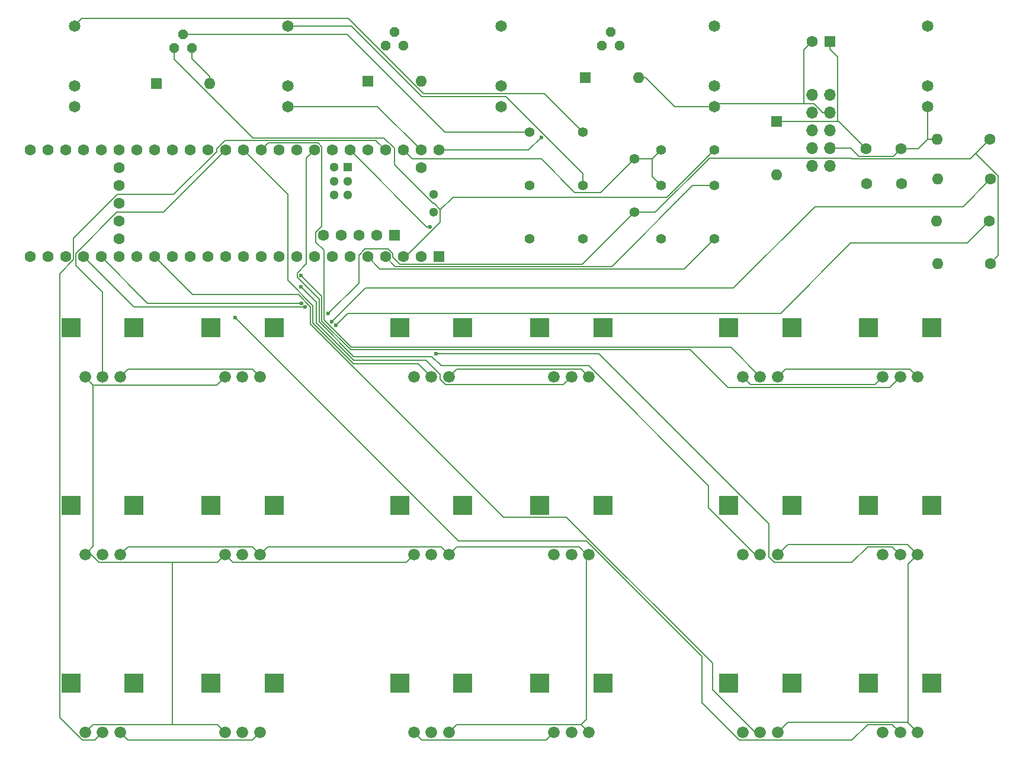
<source format=gbr>
%TF.GenerationSoftware,KiCad,Pcbnew,7.0.2-0*%
%TF.CreationDate,2023-11-14T20:22:56-05:00*%
%TF.ProjectId,A2 Percussion Desktop,41322050-6572-4637-9573-73696f6e2044,rev?*%
%TF.SameCoordinates,Original*%
%TF.FileFunction,Copper,L1,Top*%
%TF.FilePolarity,Positive*%
%FSLAX46Y46*%
G04 Gerber Fmt 4.6, Leading zero omitted, Abs format (unit mm)*
G04 Created by KiCad (PCBNEW 7.0.2-0) date 2023-11-14 20:22:56*
%MOMM*%
%LPD*%
G01*
G04 APERTURE LIST*
G04 Aperture macros list*
%AMOutline5P*
0 Free polygon, 5 corners , with rotation*
0 The origin of the aperture is its center*
0 number of corners: always 5*
0 $1 to $10 corner X, Y*
0 $11 Rotation angle, in degrees counterclockwise*
0 create outline with 5 corners*
4,1,5,$1,$2,$3,$4,$5,$6,$7,$8,$9,$10,$1,$2,$11*%
%AMOutline6P*
0 Free polygon, 6 corners , with rotation*
0 The origin of the aperture is its center*
0 number of corners: always 6*
0 $1 to $12 corner X, Y*
0 $13 Rotation angle, in degrees counterclockwise*
0 create outline with 6 corners*
4,1,6,$1,$2,$3,$4,$5,$6,$7,$8,$9,$10,$11,$12,$1,$2,$13*%
%AMOutline7P*
0 Free polygon, 7 corners , with rotation*
0 The origin of the aperture is its center*
0 number of corners: always 7*
0 $1 to $14 corner X, Y*
0 $15 Rotation angle, in degrees counterclockwise*
0 create outline with 7 corners*
4,1,7,$1,$2,$3,$4,$5,$6,$7,$8,$9,$10,$11,$12,$13,$14,$1,$2,$15*%
%AMOutline8P*
0 Free polygon, 8 corners , with rotation*
0 The origin of the aperture is its center*
0 number of corners: always 8*
0 $1 to $16 corner X, Y*
0 $17 Rotation angle, in degrees counterclockwise*
0 create outline with 8 corners*
4,1,8,$1,$2,$3,$4,$5,$6,$7,$8,$9,$10,$11,$12,$13,$14,$15,$16,$1,$2,$17*%
G04 Aperture macros list end*
%TA.AperFunction,ComponentPad*%
%ADD10R,1.600000X1.600000*%
%TD*%
%TA.AperFunction,ComponentPad*%
%ADD11C,1.600000*%
%TD*%
%TA.AperFunction,ComponentPad*%
%ADD12O,1.600000X1.600000*%
%TD*%
%TA.AperFunction,ComponentPad*%
%ADD13O,1.700000X1.700000*%
%TD*%
%TA.AperFunction,ComponentPad*%
%ADD14C,1.676400*%
%TD*%
%TA.AperFunction,ComponentPad*%
%ADD15R,2.800000X2.800000*%
%TD*%
%TA.AperFunction,ComponentPad*%
%ADD16C,1.650000*%
%TD*%
%TA.AperFunction,ComponentPad*%
%ADD17Outline8P,-0.660400X0.273547X-0.273547X0.660400X0.273547X0.660400X0.660400X0.273547X0.660400X-0.273547X0.273547X-0.660400X-0.273547X-0.660400X-0.660400X-0.273547X180.000000*%
%TD*%
%TA.AperFunction,ComponentPad*%
%ADD18C,1.397000*%
%TD*%
%TA.AperFunction,ComponentPad*%
%ADD19R,1.300000X1.300000*%
%TD*%
%TA.AperFunction,ComponentPad*%
%ADD20C,1.300000*%
%TD*%
%TA.AperFunction,ViaPad*%
%ADD21C,0.600000*%
%TD*%
%TA.AperFunction,Conductor*%
%ADD22C,0.200000*%
%TD*%
G04 APERTURE END LIST*
D10*
%TO.P,C4,1*%
%TO.N,+12V*%
X121920000Y-12700000D03*
D11*
%TO.P,C4,2*%
%TO.N,GND*%
X119420000Y-12700000D03*
%TD*%
D12*
%TO.P,D4,2,A*%
%TO.N,Net-(D4-A)*%
X114300000Y-31750000D03*
D10*
%TO.P,D4,1,K*%
%TO.N,+12V*%
X114300000Y-24130000D03*
%TD*%
D13*
%TO.P,J1,10,-12V*%
%TO.N,-12V*%
X119380000Y-30480000D03*
%TO.P,J1,9,-12V*%
%TO.N,unconnected-(J1--12V-Pad9)*%
X121920000Y-30480000D03*
%TO.P,J1,8,GND*%
%TO.N,unconnected-(J1-GND-Pad8)*%
X119380000Y-27940000D03*
%TO.P,J1,7,GND*%
%TO.N,GND*%
X121920000Y-27940000D03*
%TO.P,J1,6,GND*%
%TO.N,unconnected-(J1-GND-Pad6)*%
X119380000Y-25400000D03*
%TO.P,J1,5,GND*%
%TO.N,GND*%
X121920000Y-25400000D03*
%TO.P,J1,4,GND*%
%TO.N,unconnected-(J1-GND-Pad4)*%
X119380000Y-22860000D03*
%TO.P,J1,3,GND*%
%TO.N,GND*%
X121920000Y-22860000D03*
%TO.P,J1,2,+12V*%
%TO.N,Net-(D4-A)*%
X119380000Y-20320000D03*
%TO.P,J1,1,+12V*%
%TO.N,unconnected-(J1-+12V-Pad1)*%
X121920000Y-20320000D03*
%TD*%
D11*
%TO.P,C3,2,2*%
%TO.N,GND*%
X132190500Y-33017100D03*
%TO.P,C3,1,1*%
%TO.N,+5V*%
X127190500Y-33017100D03*
%TD*%
%TO.P,C2,1,1*%
%TO.N,+12V*%
X127080000Y-28020000D03*
%TO.P,C2,2,2*%
%TO.N,GND*%
X132080000Y-28020000D03*
%TD*%
D14*
%TO.P,Shape_3,1,A*%
%TO.N,GND*%
X109500000Y-86000000D03*
%TO.P,Shape_3,2,S*%
%TO.N,Shape3*%
X112000000Y-86000000D03*
%TO.P,Shape_3,3,E*%
%TO.N,3v3*%
X114500000Y-86000000D03*
D15*
%TO.P,Shape_3,M1*%
%TO.N,N/C*%
X116500000Y-79000000D03*
%TO.P,Shape_3,M2*%
X107500000Y-79000000D03*
%TD*%
D14*
%TO.P,Pitch_2,1,A*%
%TO.N,GND*%
X62500000Y-60600000D03*
%TO.P,Pitch_2,2,S*%
%TO.N,Pitch2*%
X65000000Y-60600000D03*
%TO.P,Pitch_2,3,E*%
%TO.N,3v3*%
X67500000Y-60600000D03*
D15*
%TO.P,Pitch_2,M1*%
%TO.N,N/C*%
X69500000Y-53600000D03*
%TO.P,Pitch_2,M2*%
X60500000Y-53600000D03*
%TD*%
D16*
%TO.P,RightAudio1,P$1,2*%
%TO.N,RightAudio*%
X135890000Y-10500000D03*
%TO.P,RightAudio1,P$2,3*%
%TO.N,unconnected-(RightAudio1-3-PadP$2)*%
X135890000Y-19000000D03*
%TO.P,RightAudio1,P$3,1*%
%TO.N,GND*%
X135890000Y-22000000D03*
%TD*%
%TO.P,TRIG3,P$1,2*%
%TO.N,Net-(TRIG3-2)*%
X74930000Y-10500000D03*
%TO.P,TRIG3,P$2,3*%
%TO.N,unconnected-(TRIG3-3-PadP$2)*%
X74930000Y-19000000D03*
%TO.P,TRIG3,P$3,1*%
%TO.N,GND*%
X74930000Y-22000000D03*
%TD*%
D14*
%TO.P,Temp_1,1,A*%
%TO.N,GND*%
X35500000Y-86000000D03*
%TO.P,Temp_1,2,S*%
%TO.N,Temp1*%
X38000000Y-86000000D03*
%TO.P,Temp_1,3,E*%
%TO.N,3v3*%
X40500000Y-86000000D03*
D15*
%TO.P,Temp_1,M1*%
%TO.N,N/C*%
X42500000Y-79000000D03*
%TO.P,Temp_1,M2*%
X33500000Y-79000000D03*
%TD*%
D14*
%TO.P,Vol_1,1,A*%
%TO.N,GND*%
X35500000Y-60600000D03*
%TO.P,Vol_1,2,S*%
%TO.N,Vol_01*%
X38000000Y-60600000D03*
%TO.P,Vol_1,3,E*%
%TO.N,3v3*%
X40500000Y-60600000D03*
D15*
%TO.P,Vol_1,M1*%
%TO.N,N/C*%
X42500000Y-53600000D03*
%TO.P,Vol_1,M2*%
X33500000Y-53600000D03*
%TD*%
D14*
%TO.P,Temp_2,1,A*%
%TO.N,GND*%
X82500000Y-86000000D03*
%TO.P,Temp_2,2,S*%
%TO.N,Temp2*%
X85000000Y-86000000D03*
%TO.P,Temp_2,3,E*%
%TO.N,3v3*%
X87500000Y-86000000D03*
D15*
%TO.P,Temp_2,M1*%
%TO.N,N/C*%
X89500000Y-79000000D03*
%TO.P,Temp_2,M2*%
X80500000Y-79000000D03*
%TD*%
D14*
%TO.P,Motion_2,1,A*%
%TO.N,GND*%
X62500000Y-111400000D03*
%TO.P,Motion_2,2,S*%
%TO.N,Motion2*%
X65000000Y-111400000D03*
%TO.P,Motion_2,3,E*%
%TO.N,3v3*%
X67500000Y-111400000D03*
D15*
%TO.P,Motion_2,M1*%
%TO.N,N/C*%
X69500000Y-104400000D03*
%TO.P,Motion_2,M2*%
X60500000Y-104400000D03*
%TD*%
D16*
%TO.P,LeftAudio1,P$1,2*%
%TO.N,LeftAudio*%
X105410000Y-10500000D03*
%TO.P,LeftAudio1,P$2,3*%
%TO.N,unconnected-(LeftAudio1-3-PadP$2)*%
X105410000Y-19000000D03*
%TO.P,LeftAudio1,P$3,1*%
%TO.N,GND*%
X105410000Y-22000000D03*
%TD*%
D14*
%TO.P,Motion_1,1,A*%
%TO.N,GND*%
X15500000Y-111400000D03*
%TO.P,Motion_1,2,S*%
%TO.N,Motion1*%
X18000000Y-111400000D03*
%TO.P,Motion_1,3,E*%
%TO.N,3v3*%
X20500000Y-111400000D03*
D15*
%TO.P,Motion_1,M1*%
%TO.N,N/C*%
X22500000Y-104400000D03*
%TO.P,Motion_1,M2*%
X13500000Y-104400000D03*
%TD*%
D14*
%TO.P,Temp_3,1,A*%
%TO.N,GND*%
X129500000Y-86000000D03*
%TO.P,Temp_3,2,S*%
%TO.N,Temp3*%
X132000000Y-86000000D03*
%TO.P,Temp_3,3,E*%
%TO.N,3v3*%
X134500000Y-86000000D03*
D15*
%TO.P,Temp_3,M1*%
%TO.N,N/C*%
X136500000Y-79000000D03*
%TO.P,Temp_3,M2*%
X127500000Y-79000000D03*
%TD*%
D14*
%TO.P,Traffic_1,1,A*%
%TO.N,GND*%
X35500000Y-111400000D03*
%TO.P,Traffic_1,2,S*%
%TO.N,Traffic1*%
X38000000Y-111400000D03*
%TO.P,Traffic_1,3,E*%
%TO.N,3v3*%
X40500000Y-111400000D03*
D15*
%TO.P,Traffic_1,M1*%
%TO.N,N/C*%
X42500000Y-104400000D03*
%TO.P,Traffic_1,M2*%
X33500000Y-104400000D03*
%TD*%
D14*
%TO.P,Vol_2,1,A*%
%TO.N,GND*%
X82500000Y-60600000D03*
%TO.P,Vol_2,2,S*%
%TO.N,Vol_02*%
X85000000Y-60600000D03*
%TO.P,Vol_2,3,E*%
%TO.N,3v3*%
X87500000Y-60600000D03*
D15*
%TO.P,Vol_2,M1*%
%TO.N,N/C*%
X89500000Y-53600000D03*
%TO.P,Vol_2,M2*%
X80500000Y-53600000D03*
%TD*%
D16*
%TO.P,TRIG1,P$1,2*%
%TO.N,Net-(TRIG1-2)*%
X13970000Y-10500000D03*
%TO.P,TRIG1,P$2,3*%
%TO.N,unconnected-(TRIG1-3-PadP$2)*%
X13970000Y-19000000D03*
%TO.P,TRIG1,P$3,1*%
%TO.N,GND*%
X13970000Y-22000000D03*
%TD*%
D14*
%TO.P,Pitch_1,1,A*%
%TO.N,GND*%
X15500000Y-60600000D03*
%TO.P,Pitch_1,2,S*%
%TO.N,Pitch1*%
X18000000Y-60600000D03*
%TO.P,Pitch_1,3,E*%
%TO.N,3v3*%
X20500000Y-60600000D03*
D15*
%TO.P,Pitch_1,M1*%
%TO.N,N/C*%
X22500000Y-53600000D03*
%TO.P,Pitch_1,M2*%
X13500000Y-53600000D03*
%TD*%
D14*
%TO.P,Vol_3,1,A*%
%TO.N,GND*%
X129500000Y-60600000D03*
%TO.P,Vol_3,2,S*%
%TO.N,Vol_03*%
X132000000Y-60600000D03*
%TO.P,Vol_3,3,E*%
%TO.N,3v3*%
X134500000Y-60600000D03*
D15*
%TO.P,Vol_3,M1*%
%TO.N,N/C*%
X136500000Y-53600000D03*
%TO.P,Vol_3,M2*%
X127500000Y-53600000D03*
%TD*%
D14*
%TO.P,Shape_1,1,A*%
%TO.N,GND*%
X15500000Y-86000000D03*
%TO.P,Shape_1,2,S*%
%TO.N,Shape1*%
X18000000Y-86000000D03*
%TO.P,Shape_1,3,E*%
%TO.N,3v3*%
X20500000Y-86000000D03*
D15*
%TO.P,Shape_1,M1*%
%TO.N,N/C*%
X22500000Y-79000000D03*
%TO.P,Shape_1,M2*%
X13500000Y-79000000D03*
%TD*%
D16*
%TO.P,TRIG2,P$1,2*%
%TO.N,Net-(TRIG2-2)*%
X44450000Y-10500000D03*
%TO.P,TRIG2,P$2,3*%
%TO.N,unconnected-(TRIG2-3-PadP$2)*%
X44450000Y-19000000D03*
%TO.P,TRIG2,P$3,1*%
%TO.N,GND*%
X44450000Y-22000000D03*
%TD*%
D14*
%TO.P,Motion_3,1,A*%
%TO.N,GND*%
X109500000Y-111400000D03*
%TO.P,Motion_3,2,S*%
%TO.N,Motion3*%
X112000000Y-111400000D03*
%TO.P,Motion_3,3,E*%
%TO.N,3v3*%
X114500000Y-111400000D03*
D15*
%TO.P,Motion_3,M1*%
%TO.N,N/C*%
X116500000Y-104400000D03*
%TO.P,Motion_3,M2*%
X107500000Y-104400000D03*
%TD*%
D14*
%TO.P,Traffic_3,1,A*%
%TO.N,GND*%
X129500000Y-111400000D03*
%TO.P,Traffic_3,2,S*%
%TO.N,Traffic3*%
X132000000Y-111400000D03*
%TO.P,Traffic_3,3,E*%
%TO.N,3v3*%
X134500000Y-111400000D03*
D15*
%TO.P,Traffic_3,M1*%
%TO.N,N/C*%
X136500000Y-104400000D03*
%TO.P,Traffic_3,M2*%
X127500000Y-104400000D03*
%TD*%
D14*
%TO.P,Shape_2,1,A*%
%TO.N,GND*%
X62500000Y-86000000D03*
%TO.P,Shape_2,2,S*%
%TO.N,Shape2*%
X65000000Y-86000000D03*
%TO.P,Shape_2,3,E*%
%TO.N,3v3*%
X67500000Y-86000000D03*
D15*
%TO.P,Shape_2,M1*%
%TO.N,N/C*%
X69500000Y-79000000D03*
%TO.P,Shape_2,M2*%
X60500000Y-79000000D03*
%TD*%
D14*
%TO.P,Pitch_3,1,A*%
%TO.N,GND*%
X109500000Y-60600000D03*
%TO.P,Pitch_3,2,S*%
%TO.N,Pitch3*%
X112000000Y-60600000D03*
%TO.P,Pitch_3,3,E*%
%TO.N,3v3*%
X114500000Y-60600000D03*
D15*
%TO.P,Pitch_3,M1*%
%TO.N,N/C*%
X116500000Y-53600000D03*
%TO.P,Pitch_3,M2*%
X107500000Y-53600000D03*
%TD*%
D14*
%TO.P,Traffic_2,1,A*%
%TO.N,GND*%
X82500000Y-111400000D03*
%TO.P,Traffic_2,2,S*%
%TO.N,Traffic2*%
X85000000Y-111400000D03*
%TO.P,Traffic_2,3,E*%
%TO.N,3v3*%
X87500000Y-111400000D03*
D15*
%TO.P,Traffic_2,M1*%
%TO.N,N/C*%
X89500000Y-104400000D03*
%TO.P,Traffic_2,M2*%
X80500000Y-104400000D03*
%TD*%
D17*
%TO.P,T2,1,C*%
%TO.N,Trig_2*%
X58490400Y-13247600D03*
%TO.P,T2,2,B*%
%TO.N,Net-(D2-K)*%
X59760400Y-11342600D03*
%TO.P,T2,3,E*%
%TO.N,GND*%
X61030400Y-13247600D03*
%TD*%
D10*
%TO.P,D2,1,K*%
%TO.N,Net-(D2-K)*%
X55950400Y-18327600D03*
D12*
%TO.P,D2,2,A*%
%TO.N,GND*%
X63570400Y-18327600D03*
%TD*%
D11*
%TO.P,C7,1*%
%TO.N,Net-(U2-VDD)*%
X144879800Y-44388700D03*
D12*
%TO.P,C7,2*%
%TO.N,GND*%
X137379800Y-44388700D03*
%TD*%
D18*
%TO.P,R5,1,1*%
%TO.N,Trig_2*%
X105410000Y-33280000D03*
%TO.P,R5,2,2*%
%TO.N,3v3*%
X97790000Y-33280000D03*
%TD*%
%TO.P,R3,1,1*%
%TO.N,Net-(TRIG2-2)*%
X86680000Y-33280000D03*
%TO.P,R3,2,2*%
%TO.N,Net-(D2-K)*%
X79060000Y-33280000D03*
%TD*%
D11*
%TO.P,C8,1*%
%TO.N,Net-(U2-LCH)*%
X144907300Y-32357100D03*
D12*
%TO.P,C8,2*%
%TO.N,LeftAudio*%
X137407300Y-32357100D03*
%TD*%
D18*
%TO.P,R1,1,1*%
%TO.N,Net-(TRIG1-2)*%
X86680000Y-25660000D03*
%TO.P,R1,2,2*%
%TO.N,Net-(D3-K)*%
X79060000Y-25660000D03*
%TD*%
D11*
%TO.P,C6,1*%
%TO.N,Net-(U2-VDD)*%
X144780000Y-26690000D03*
D12*
%TO.P,C6,2*%
%TO.N,GND*%
X137280000Y-26690000D03*
%TD*%
D17*
%TO.P,T1,1,C*%
%TO.N,Trig_1*%
X28227600Y-13604300D03*
%TO.P,T1,2,B*%
%TO.N,Net-(D3-K)*%
X29497600Y-11699300D03*
%TO.P,T1,3,E*%
%TO.N,GND*%
X30767600Y-13604300D03*
%TD*%
D18*
%TO.P,R7,1,1*%
%TO.N,Trig_3*%
X105410000Y-40900000D03*
%TO.P,R7,2,2*%
%TO.N,3v3*%
X97790000Y-40900000D03*
%TD*%
%TO.P,R4,1*%
%TO.N,3v3*%
X93980000Y-29470000D03*
%TO.P,R4,2*%
%TO.N,Net-(U2-VDD)*%
X93980000Y-37090000D03*
%TD*%
D10*
%TO.P,U3,1,GND*%
%TO.N,GND*%
X66040000Y-43440000D03*
D11*
%TO.P,U3,2,0_RX1_CRX2_CS1*%
%TO.N,unconnected-(U3-0_RX1_CRX2_CS1-Pad2)*%
X63500000Y-43440000D03*
%TO.P,U3,3,1_TX1_CTX2_MISO1*%
%TO.N,Trig_1*%
X60960000Y-43440000D03*
%TO.P,U3,4,2_OUT2*%
%TO.N,Trig_2*%
X58420000Y-43440000D03*
%TO.P,U3,5,3_LRCLK2*%
%TO.N,Trig_3*%
X55880000Y-43440000D03*
%TO.P,U3,6,4_BCLK2*%
%TO.N,unconnected-(U3-4_BCLK2-Pad6)*%
X53340000Y-43440000D03*
%TO.P,U3,7,5_IN2*%
%TO.N,DIN*%
X50800000Y-43440000D03*
%TO.P,U3,8,6_OUT1D*%
%TO.N,unconnected-(U3-6_OUT1D-Pad8)*%
X48260000Y-43440000D03*
%TO.P,U3,9,7_RX2_OUT1A*%
%TO.N,unconnected-(U3-7_RX2_OUT1A-Pad9)*%
X45720000Y-43440000D03*
%TO.P,U3,10,8_TX2_IN1*%
%TO.N,unconnected-(U3-8_TX2_IN1-Pad10)*%
X43180000Y-43440000D03*
%TO.P,U3,11,9_OUT1C*%
%TO.N,unconnected-(U3-9_OUT1C-Pad11)*%
X40640000Y-43440000D03*
%TO.P,U3,12,10_CS_MQSR*%
%TO.N,unconnected-(U3-10_CS_MQSR-Pad12)*%
X38100000Y-43440000D03*
%TO.P,U3,13,11_MOSI_CTX1*%
%TO.N,unconnected-(U3-11_MOSI_CTX1-Pad13)*%
X35560000Y-43440000D03*
%TO.P,U3,14,12_MISO_MQSL*%
%TO.N,unconnected-(U3-12_MISO_MQSL-Pad14)*%
X33020000Y-43440000D03*
%TO.P,U3,15,3V3*%
%TO.N,3v3*%
X30480000Y-43440000D03*
%TO.P,U3,16,24_A10_TX6_SCL2*%
%TO.N,Motion2*%
X27940000Y-43440000D03*
%TO.P,U3,17,25_A11_RX6_SDA2*%
%TO.N,Motion3*%
X25400000Y-43440000D03*
%TO.P,U3,18,26_A12_MOSI1*%
%TO.N,Traffic1*%
X22860000Y-43440000D03*
%TO.P,U3,19,27_A13_SCK1*%
%TO.N,Traffic2*%
X20320000Y-43440000D03*
%TO.P,U3,20,28_RX7*%
%TO.N,WS*%
X17780000Y-43440000D03*
%TO.P,U3,21,29_TX7*%
%TO.N,BLCK*%
X15240000Y-43440000D03*
%TO.P,U3,22,30_CRX3*%
%TO.N,unconnected-(U3-30_CRX3-Pad22)*%
X12700000Y-43440000D03*
%TO.P,U3,23,31_CTX3*%
%TO.N,unconnected-(U3-31_CTX3-Pad23)*%
X10160000Y-43440000D03*
%TO.P,U3,24,32_OUT1B*%
%TO.N,unconnected-(U3-32_OUT1B-Pad24)*%
X7620000Y-43440000D03*
%TO.P,U3,25,33_MCLK2*%
%TO.N,unconnected-(U3-33_MCLK2-Pad25)*%
X7620000Y-28200000D03*
%TO.P,U3,26,34_RX8*%
%TO.N,unconnected-(U3-34_RX8-Pad26)*%
X10160000Y-28200000D03*
%TO.P,U3,27,35_TX8*%
%TO.N,unconnected-(U3-35_TX8-Pad27)*%
X12700000Y-28200000D03*
%TO.P,U3,28,36_CS*%
%TO.N,unconnected-(U3-36_CS-Pad28)*%
X15240000Y-28200000D03*
%TO.P,U3,29,37_CS*%
%TO.N,unconnected-(U3-37_CS-Pad29)*%
X17780000Y-28200000D03*
%TO.P,U3,30,38_A14_CS1_IN1*%
%TO.N,Traffic3*%
X20320000Y-28200000D03*
%TO.P,U3,31,39_A15_MISO1_OUT1A*%
%TO.N,Vol_01*%
X22860000Y-28200000D03*
%TO.P,U3,32,40_A16*%
%TO.N,Vol_02*%
X25400000Y-28200000D03*
%TO.P,U3,33,41_A17*%
%TO.N,Vol_03*%
X27940000Y-28200000D03*
%TO.P,U3,34,GND*%
%TO.N,GND*%
X30480000Y-28200000D03*
%TO.P,U3,35,13_SCK_LED*%
%TO.N,unconnected-(U3-13_SCK_LED-Pad35)*%
X33020000Y-28200000D03*
%TO.P,U3,36,14_A0_TX3_SPDIF_OUT*%
%TO.N,Pitch1*%
X35560000Y-28200000D03*
%TO.P,U3,37,15_A1_RX3_SPDIF_IN*%
%TO.N,Pitch2*%
X38100000Y-28200000D03*
%TO.P,U3,38,16_A2_RX4_SCL1*%
%TO.N,Pitch3*%
X40640000Y-28200000D03*
%TO.P,U3,39,17_A3_TX4_SDA1*%
%TO.N,Shape1*%
X43180000Y-28200000D03*
%TO.P,U3,40,18_A4_SDA*%
%TO.N,Shape2*%
X45720000Y-28200000D03*
%TO.P,U3,41,19_A5_SCL*%
%TO.N,Shape3*%
X48260000Y-28200000D03*
%TO.P,U3,42,20_A6_TX5_LRCLK1*%
%TO.N,Temp1*%
X50800000Y-28200000D03*
%TO.P,U3,43,21_A7_RX5_BCLK1*%
%TO.N,Temp2*%
X53340000Y-28200000D03*
%TO.P,U3,44,22_A8_CTX1*%
%TO.N,Temp3*%
X55880000Y-28200000D03*
%TO.P,U3,45,23_A9_CRX1_MCLK1*%
%TO.N,Motion1*%
X58420000Y-28200000D03*
%TO.P,U3,46,3V3*%
%TO.N,3v3*%
X60960000Y-28200000D03*
%TO.P,U3,47,GND*%
%TO.N,GND*%
X63500000Y-28200000D03*
%TO.P,U3,48,VIN*%
%TO.N,Net-(Connect_For_Euro_Power1-B)*%
X66040000Y-28200000D03*
%TO.P,U3,49,VUSB*%
%TO.N,unconnected-(U3-VUSB-Pad49)*%
X63500000Y-30740000D03*
%TO.P,U3,50,VBAT*%
%TO.N,unconnected-(U3-VBAT-Pad50)*%
X20320000Y-40900000D03*
%TO.P,U3,51,3V3*%
%TO.N,unconnected-(U3-3V3-Pad51)*%
X20320000Y-38360000D03*
%TO.P,U3,52,GND*%
%TO.N,unconnected-(U3-GND-Pad52)*%
X20320000Y-35820000D03*
%TO.P,U3,53,PROGRAM*%
%TO.N,unconnected-(U3-PROGRAM-Pad53)*%
X20320000Y-33280000D03*
%TO.P,U3,54,ON_OFF*%
%TO.N,unconnected-(U3-ON_OFF-Pad54)*%
X20320000Y-30740000D03*
D10*
%TO.P,U3,55,5V*%
%TO.N,unconnected-(U3-5V-Pad55)*%
X59740800Y-40389200D03*
D11*
%TO.P,U3,56,D-*%
%TO.N,unconnected-(U3-D--Pad56)*%
X57200800Y-40389200D03*
%TO.P,U3,57,D+*%
%TO.N,unconnected-(U3-D+-Pad57)*%
X54660800Y-40389200D03*
%TO.P,U3,58,GND*%
%TO.N,unconnected-(U3-GND-Pad58)*%
X52120800Y-40389200D03*
%TO.P,U3,59,GND*%
%TO.N,unconnected-(U3-GND-Pad59)*%
X49580800Y-40389200D03*
D19*
%TO.P,U3,60,R+*%
%TO.N,unconnected-(U3-R+-Pad60)*%
X53070000Y-30638400D03*
D20*
%TO.P,U3,61,LED*%
%TO.N,unconnected-(U3-LED-Pad61)*%
X53070000Y-32638400D03*
%TO.P,U3,62,T-*%
%TO.N,unconnected-(U3-T--Pad62)*%
X53070000Y-34638400D03*
%TO.P,U3,63,T+*%
%TO.N,unconnected-(U3-T+-Pad63)*%
X51070000Y-34638400D03*
%TO.P,U3,64,GND*%
%TO.N,unconnected-(U3-GND-Pad64)*%
X51070000Y-32638400D03*
%TO.P,U3,65,R-*%
%TO.N,unconnected-(U3-R--Pad65)*%
X51070000Y-30638400D03*
%TO.P,U3,66,D-*%
%TO.N,unconnected-(U3-D--Pad66)*%
X65310000Y-34550000D03*
%TO.P,U3,67,D+*%
%TO.N,unconnected-(U3-D+-Pad67)*%
X65310000Y-37090000D03*
%TD*%
D11*
%TO.P,C9,1*%
%TO.N,Net-(U2-RCH)*%
X144707900Y-38339600D03*
D12*
%TO.P,C9,2*%
%TO.N,RightAudio*%
X137207900Y-38339600D03*
%TD*%
D10*
%TO.P,D3,1,K*%
%TO.N,Net-(D3-K)*%
X25687600Y-18684300D03*
D12*
%TO.P,D3,2,A*%
%TO.N,GND*%
X33307600Y-18684300D03*
%TD*%
D18*
%TO.P,R2,1,1*%
%TO.N,Trig_1*%
X105410000Y-28200000D03*
%TO.P,R2,2,2*%
%TO.N,3v3*%
X97790000Y-28200000D03*
%TD*%
D17*
%TO.P,T3,1,C*%
%TO.N,Trig_3*%
X89400100Y-13247600D03*
%TO.P,T3,2,B*%
%TO.N,Net-(D5-K)*%
X90670100Y-11342600D03*
%TO.P,T3,3,E*%
%TO.N,GND*%
X91940100Y-13247600D03*
%TD*%
D18*
%TO.P,R6,1,1*%
%TO.N,Net-(TRIG3-2)*%
X86680000Y-40900000D03*
%TO.P,R6,2,2*%
%TO.N,Net-(D5-K)*%
X79060000Y-40900000D03*
%TD*%
D10*
%TO.P,D5,1,K*%
%TO.N,Net-(D5-K)*%
X86949900Y-17815800D03*
D12*
%TO.P,D5,2,A*%
%TO.N,GND*%
X94569900Y-17815800D03*
%TD*%
D21*
%TO.N,Vol_03*%
X46368600Y-46163700D03*
%TO.N,Vol_02*%
X46351600Y-47741200D03*
%TO.N,Net-(Connect_For_Euro_Power1-B)*%
X80680900Y-26367900D03*
%TO.N,WS*%
X46423100Y-50094600D03*
%TO.N,BLCK*%
X46955200Y-50626800D03*
%TO.N,Traffic3*%
X36942100Y-52129500D03*
%TO.N,Temp3*%
X65693700Y-57286800D03*
%TO.N,Temp2*%
X64794500Y-39190200D03*
%TO.N,Net-(U2-RCH)*%
X51312100Y-53240200D03*
%TO.N,Net-(U2-LCH)*%
X50734900Y-52753000D03*
%TO.N,Net-(U2-VDD)*%
X50225300Y-51579600D03*
%TD*%
D22*
%TO.N,+12V*%
X114300000Y-24130000D02*
X123022600Y-24130000D01*
X123190000Y-24130000D02*
X127080000Y-28020000D01*
X123022600Y-24130000D02*
X123190000Y-24130000D01*
X123022600Y-14855100D02*
X121920000Y-13752500D01*
X123022600Y-24130000D02*
X123022600Y-14855100D01*
X121920000Y-12700000D02*
X121920000Y-13752500D01*
%TO.N,Net-(D3-K)*%
X52971700Y-11699300D02*
X29497600Y-11699300D01*
X66932400Y-25660000D02*
X52971700Y-11699300D01*
X79060000Y-25660000D02*
X66932400Y-25660000D01*
%TO.N,Vol_03*%
X49320300Y-49115400D02*
X46368600Y-46163700D01*
X49320300Y-52618200D02*
X49320300Y-49115400D01*
X53436400Y-56734300D02*
X49320300Y-52618200D01*
X101990700Y-56734300D02*
X53436400Y-56734300D01*
X107380700Y-62124300D02*
X101990700Y-56734300D01*
X130475700Y-62124300D02*
X107380700Y-62124300D01*
X132000000Y-60600000D02*
X130475700Y-62124300D01*
%TO.N,Vol_02*%
X83883400Y-61716600D02*
X85000000Y-60600000D01*
X67014700Y-61716600D02*
X83883400Y-61716600D01*
X66250000Y-60951900D02*
X67014700Y-61716600D01*
X66250000Y-60239600D02*
X66250000Y-60951900D01*
X64222900Y-58212500D02*
X66250000Y-60239600D01*
X53880100Y-58212500D02*
X64222900Y-58212500D01*
X48565200Y-52897600D02*
X53880100Y-58212500D01*
X48565200Y-49954800D02*
X48565200Y-52897600D01*
X46351600Y-47741200D02*
X48565200Y-49954800D01*
%TO.N,Net-(Connect_For_Euro_Power1-B)*%
X78848800Y-28200000D02*
X80680900Y-26367900D01*
X66040000Y-28200000D02*
X78848800Y-28200000D01*
%TO.N,WS*%
X24434600Y-50094600D02*
X46423100Y-50094600D01*
X17780000Y-43440000D02*
X24434600Y-50094600D01*
%TO.N,BLCK*%
X46934800Y-50647200D02*
X46955200Y-50626800D01*
X22447200Y-50647200D02*
X46934800Y-50647200D01*
X15240000Y-43440000D02*
X22447200Y-50647200D01*
%TO.N,Traffic3*%
X130882200Y-110282200D02*
X132000000Y-111400000D01*
X127333800Y-110282200D02*
X130882200Y-110282200D01*
X125103600Y-112512400D02*
X127333800Y-110282200D01*
X109009700Y-112512400D02*
X125103600Y-112512400D01*
X103703800Y-107206500D02*
X109009700Y-112512400D01*
X103703800Y-100569900D02*
X103703800Y-107206500D01*
X87191700Y-84057800D02*
X103703800Y-100569900D01*
X68870400Y-84057800D02*
X87191700Y-84057800D01*
X36942100Y-52129500D02*
X68870400Y-84057800D01*
%TO.N,Temp3*%
X130882200Y-84882200D02*
X132000000Y-86000000D01*
X127333800Y-84882200D02*
X130882200Y-84882200D01*
X125125200Y-87090800D02*
X127333800Y-84882200D01*
X114026000Y-87090800D02*
X125125200Y-87090800D01*
X113250000Y-86314800D02*
X114026000Y-87090800D01*
X113250000Y-81576100D02*
X113250000Y-86314800D01*
X88960700Y-57286800D02*
X113250000Y-81576100D01*
X65693700Y-57286800D02*
X88960700Y-57286800D01*
%TO.N,Temp2*%
X64330200Y-39190200D02*
X64794500Y-39190200D01*
X53340000Y-28200000D02*
X64330200Y-39190200D01*
%TO.N,Shape3*%
X111273300Y-86000000D02*
X112000000Y-86000000D01*
X104616000Y-79342700D02*
X111273300Y-86000000D01*
X104616000Y-76170200D02*
X104616000Y-79342700D01*
X87469500Y-59023700D02*
X104616000Y-76170200D01*
X66416800Y-59023700D02*
X87469500Y-59023700D01*
X65076800Y-57683700D02*
X66416800Y-59023700D01*
X53887100Y-57683700D02*
X65076800Y-57683700D01*
X48960400Y-52757000D02*
X53887100Y-57683700D01*
X48960400Y-49549300D02*
X48960400Y-52757000D01*
X45810000Y-46398900D02*
X48960400Y-49549300D01*
X45810000Y-45751800D02*
X45810000Y-46398900D01*
X47114800Y-44447000D02*
X45810000Y-45751800D01*
X47114800Y-29345200D02*
X47114800Y-44447000D01*
X48260000Y-28200000D02*
X47114800Y-29345200D01*
%TO.N,Trig_3*%
X101112400Y-45197600D02*
X105410000Y-40900000D01*
X57637600Y-45197600D02*
X101112400Y-45197600D01*
X55880000Y-43440000D02*
X57637600Y-45197600D01*
%TO.N,Trig_2*%
X102340600Y-33280000D02*
X105410000Y-33280000D01*
X90775500Y-44845100D02*
X102340600Y-33280000D01*
X59825100Y-44845100D02*
X90775500Y-44845100D01*
X58420000Y-43440000D02*
X59825100Y-44845100D01*
%TO.N,Net-(TRIG2-2)*%
X53566000Y-10500000D02*
X44450000Y-10500000D01*
X63635900Y-20569900D02*
X53566000Y-10500000D01*
X75664300Y-20569900D02*
X63635900Y-20569900D01*
X86680000Y-31585600D02*
X75664300Y-20569900D01*
X86680000Y-33280000D02*
X86680000Y-31585600D01*
%TO.N,Trig_1*%
X68083700Y-34917000D02*
X66269300Y-36731400D01*
X98693000Y-34917000D02*
X68083700Y-34917000D01*
X105410000Y-28200000D02*
X98693000Y-34917000D01*
X66269300Y-38496800D02*
X66269300Y-36731400D01*
X61326100Y-43440000D02*
X66269300Y-38496800D01*
X60960000Y-43440000D02*
X61326100Y-43440000D01*
X28227600Y-15177400D02*
X28227600Y-13604300D01*
X39492600Y-26442400D02*
X28227600Y-15177400D01*
X58215800Y-26442400D02*
X39492600Y-26442400D01*
X59690000Y-27916600D02*
X58215800Y-26442400D01*
X59690000Y-30282400D02*
X59690000Y-27916600D01*
X65227600Y-35820000D02*
X59690000Y-30282400D01*
X65357900Y-35820000D02*
X65227600Y-35820000D01*
X66269300Y-36731400D02*
X65357900Y-35820000D01*
%TO.N,Net-(TRIG1-2)*%
X15056100Y-9413900D02*
X13970000Y-10500000D01*
X53154800Y-9413900D02*
X15056100Y-9413900D01*
X63833800Y-20092900D02*
X53154800Y-9413900D01*
X81112900Y-20092900D02*
X63833800Y-20092900D01*
X86680000Y-25660000D02*
X81112900Y-20092900D01*
%TO.N,Pitch3*%
X41692600Y-27147400D02*
X40640000Y-28200000D01*
X48773200Y-27147400D02*
X41692600Y-27147400D01*
X49353900Y-27728100D02*
X48773200Y-27147400D01*
X49353900Y-39085400D02*
X49353900Y-27728100D01*
X48498800Y-39940500D02*
X49353900Y-39085400D01*
X48498800Y-41347100D02*
X48498800Y-39940500D01*
X49672800Y-42521100D02*
X48498800Y-41347100D01*
X49672800Y-52472200D02*
X49672800Y-42521100D01*
X53582400Y-56381800D02*
X49672800Y-52472200D01*
X107781800Y-56381800D02*
X53582400Y-56381800D01*
X112000000Y-60600000D02*
X107781800Y-56381800D01*
%TO.N,Pitch2*%
X63141200Y-58741200D02*
X65000000Y-60600000D01*
X53910200Y-58741200D02*
X63141200Y-58741200D01*
X48082700Y-52913700D02*
X53910200Y-58741200D01*
X48082700Y-50469300D02*
X48082700Y-52913700D01*
X44450100Y-46836700D02*
X48082700Y-50469300D01*
X44450100Y-34550100D02*
X44450100Y-46836700D01*
X38100000Y-28200000D02*
X44450100Y-34550100D01*
%TO.N,Pitch1*%
X18000000Y-48522500D02*
X18000000Y-60600000D01*
X14182600Y-44705100D02*
X18000000Y-48522500D01*
X14182600Y-42951900D02*
X14182600Y-44705100D01*
X20044500Y-37090000D02*
X14182600Y-42951900D01*
X26670000Y-37090000D02*
X20044500Y-37090000D01*
X35560000Y-28200000D02*
X26670000Y-37090000D01*
%TO.N,Motion3*%
X111287100Y-111400000D02*
X112000000Y-111400000D01*
X105201500Y-105314400D02*
X111287100Y-111400000D01*
X105201500Y-101534600D02*
X105201500Y-105314400D01*
X84319500Y-80652600D02*
X105201500Y-101534600D01*
X75288100Y-80652600D02*
X84319500Y-80652600D01*
X47730100Y-53094600D02*
X75288100Y-80652600D01*
X47730100Y-50620100D02*
X47730100Y-53094600D01*
X45977600Y-48867600D02*
X47730100Y-50620100D01*
X30827600Y-48867600D02*
X45977600Y-48867600D01*
X25400000Y-43440000D02*
X30827600Y-48867600D01*
%TO.N,3v3*%
X21591600Y-112491600D02*
X20500000Y-111400000D01*
X39408400Y-112491600D02*
X21591600Y-112491600D01*
X40500000Y-111400000D02*
X39408400Y-112491600D01*
X89207400Y-34242600D02*
X93980000Y-29470000D01*
X85500600Y-34242600D02*
X89207400Y-34242600D01*
X80728000Y-29470000D02*
X85500600Y-34242600D01*
X62230000Y-29470000D02*
X80728000Y-29470000D01*
X60960000Y-28200000D02*
X62230000Y-29470000D01*
X96520000Y-32010000D02*
X97790000Y-33280000D01*
X96520000Y-29470000D02*
X96520000Y-32010000D01*
X93980000Y-29470000D02*
X96520000Y-29470000D01*
X96520000Y-29470000D02*
X97790000Y-28200000D01*
X115970400Y-109929600D02*
X114500000Y-111400000D01*
X133117800Y-109929600D02*
X115970400Y-109929600D01*
X133117800Y-110017800D02*
X133117800Y-109929600D01*
X134500000Y-111400000D02*
X133117800Y-110017800D01*
X133117800Y-87382200D02*
X134500000Y-86000000D01*
X133117800Y-109929600D02*
X133117800Y-87382200D01*
X21592500Y-59507500D02*
X20500000Y-60600000D01*
X39407500Y-59507500D02*
X21592500Y-59507500D01*
X40500000Y-60600000D02*
X39407500Y-59507500D01*
X41590800Y-84909200D02*
X40500000Y-86000000D01*
X66409200Y-84909200D02*
X41590800Y-84909200D01*
X67500000Y-86000000D02*
X66409200Y-84909200D01*
X21597800Y-84902200D02*
X20500000Y-86000000D01*
X39402200Y-84902200D02*
X21597800Y-84902200D01*
X40500000Y-86000000D02*
X39402200Y-84902200D01*
X115602800Y-59497200D02*
X114500000Y-60600000D01*
X133397200Y-59497200D02*
X115602800Y-59497200D01*
X134500000Y-60600000D02*
X133397200Y-59497200D01*
X115970400Y-84529600D02*
X114500000Y-86000000D01*
X133029600Y-84529600D02*
X115970400Y-84529600D01*
X134500000Y-86000000D02*
X133029600Y-84529600D01*
X68594400Y-110305600D02*
X86405600Y-110305600D01*
X67500000Y-111400000D02*
X68594400Y-110305600D01*
X86405600Y-110305600D02*
X87500000Y-111400000D01*
X87500000Y-86000000D02*
X87198300Y-86000000D01*
X86107500Y-84909200D02*
X87198300Y-86000000D01*
X68590800Y-84909200D02*
X86107500Y-84909200D01*
X67500000Y-86000000D02*
X68590800Y-84909200D01*
X87198300Y-109512900D02*
X86405600Y-110305600D01*
X87198300Y-86000000D02*
X87198300Y-109512900D01*
X86406400Y-59506400D02*
X87500000Y-60600000D01*
X68593600Y-59506400D02*
X86406400Y-59506400D01*
X67500000Y-60600000D02*
X68593600Y-59506400D01*
%TO.N,Motion1*%
X16873500Y-112526500D02*
X18000000Y-111400000D01*
X15065900Y-112526500D02*
X16873500Y-112526500D01*
X11847400Y-109308000D02*
X15065900Y-112526500D01*
X11847400Y-45829700D02*
X11847400Y-109308000D01*
X13830000Y-43847100D02*
X11847400Y-45829700D01*
X13830000Y-40795600D02*
X13830000Y-43847100D01*
X20075600Y-34550000D02*
X13830000Y-40795600D01*
X28165000Y-34550000D02*
X20075600Y-34550000D01*
X34290000Y-28425000D02*
X28165000Y-34550000D01*
X34290000Y-27978700D02*
X34290000Y-28425000D01*
X35473800Y-26794900D02*
X34290000Y-27978700D01*
X57014900Y-26794900D02*
X35473800Y-26794900D01*
X58420000Y-28200000D02*
X57014900Y-26794900D01*
%TO.N,Net-(U2-RCH)*%
X53051500Y-51500800D02*
X51312100Y-53240200D01*
X114900000Y-51500800D02*
X53051500Y-51500800D01*
X124950700Y-41450100D02*
X114900000Y-51500800D01*
X141597400Y-41450100D02*
X124950700Y-41450100D01*
X144707900Y-38339600D02*
X141597400Y-41450100D01*
%TO.N,Net-(U2-LCH)*%
X55556200Y-47931700D02*
X50734900Y-52753000D01*
X108187400Y-47931700D02*
X55556200Y-47931700D01*
X119848800Y-36270300D02*
X108187400Y-47931700D01*
X140994100Y-36270300D02*
X119848800Y-36270300D01*
X144907300Y-32357100D02*
X140994100Y-36270300D01*
%TO.N,Net-(U2-VDD)*%
X86577500Y-44492500D02*
X93980000Y-37090000D01*
X60489100Y-44492500D02*
X86577500Y-44492500D01*
X59479400Y-43482800D02*
X60489100Y-44492500D01*
X59479400Y-42993000D02*
X59479400Y-43482800D01*
X58820600Y-42334200D02*
X59479400Y-42993000D01*
X55486800Y-42334200D02*
X58820600Y-42334200D01*
X54610000Y-43211000D02*
X55486800Y-42334200D01*
X54610000Y-47194900D02*
X54610000Y-43211000D01*
X50225300Y-51579600D02*
X54610000Y-47194900D01*
X145987100Y-43281400D02*
X144879800Y-44388700D01*
X145987100Y-31939700D02*
X145987100Y-43281400D01*
X142758700Y-28711300D02*
X145987100Y-31939700D01*
X142010100Y-29459900D02*
X142758700Y-28711300D01*
X125122000Y-29459900D02*
X142010100Y-29459900D01*
X124994600Y-29332500D02*
X125122000Y-29459900D01*
X104776200Y-29332500D02*
X124994600Y-29332500D01*
X97018700Y-37090000D02*
X104776200Y-29332500D01*
X93980000Y-37090000D02*
X97018700Y-37090000D01*
X142758700Y-28711300D02*
X144780000Y-26690000D01*
%TO.N,GND*%
X30767600Y-15091800D02*
X30767600Y-13604300D01*
X33307600Y-17631800D02*
X30767600Y-15091800D01*
X33307600Y-18684300D02*
X33307600Y-17631800D01*
X94569900Y-17815800D02*
X95622400Y-17815800D01*
X99806600Y-22000000D02*
X105410000Y-22000000D01*
X95622400Y-17815800D02*
X99806600Y-22000000D01*
X63602800Y-112502800D02*
X62500000Y-111400000D01*
X81397200Y-112502800D02*
X63602800Y-112502800D01*
X82500000Y-111400000D02*
X81397200Y-112502800D01*
X34351000Y-61749000D02*
X35500000Y-60600000D01*
X16649000Y-61749000D02*
X34351000Y-61749000D01*
X16649000Y-61749000D02*
X15500000Y-60600000D01*
X36590800Y-87090800D02*
X35500000Y-86000000D01*
X61409200Y-87090800D02*
X36590800Y-87090800D01*
X62500000Y-86000000D02*
X61409200Y-87090800D01*
X15500000Y-86000000D02*
X15937300Y-85562700D01*
X16649000Y-84851000D02*
X16649000Y-61749000D01*
X15937300Y-85562700D02*
X16649000Y-84851000D01*
X34374900Y-87125100D02*
X28000000Y-87125100D01*
X35500000Y-86000000D02*
X34374900Y-87125100D01*
X17499600Y-87125100D02*
X15937300Y-85562700D01*
X28000000Y-87125100D02*
X17499600Y-87125100D01*
X28000000Y-87125100D02*
X28000000Y-110282100D01*
X34382100Y-110282100D02*
X28000000Y-110282100D01*
X35500000Y-111400000D02*
X34382100Y-110282100D01*
X16617900Y-110282100D02*
X15500000Y-111400000D01*
X28000000Y-110282100D02*
X16617900Y-110282100D01*
X57300000Y-22000000D02*
X44450000Y-22000000D01*
X63500000Y-28200000D02*
X57300000Y-22000000D01*
X110598500Y-61698500D02*
X109500000Y-60600000D01*
X128401500Y-61698500D02*
X110598500Y-61698500D01*
X129500000Y-60600000D02*
X128401500Y-61698500D01*
X137280000Y-26690000D02*
X136227500Y-26690000D01*
X105820000Y-21590000D02*
X118266400Y-21590000D01*
X105410000Y-22000000D02*
X105820000Y-21590000D01*
X118266400Y-13853600D02*
X119420000Y-12700000D01*
X118266400Y-21590000D02*
X118266400Y-13853600D01*
X119685300Y-21590000D02*
X118266400Y-21590000D01*
X120817500Y-22722200D02*
X119685300Y-21590000D01*
X120817500Y-22860000D02*
X120817500Y-22722200D01*
X121920000Y-22860000D02*
X120817500Y-22860000D01*
X135890000Y-22000000D02*
X135890000Y-26690000D01*
X135890000Y-26690000D02*
X136227500Y-26690000D01*
X134560000Y-28020000D02*
X132080000Y-28020000D01*
X135890000Y-26690000D02*
X134560000Y-28020000D01*
X124953200Y-27940000D02*
X121920000Y-27940000D01*
X126115600Y-29102400D02*
X124953200Y-27940000D01*
X130997600Y-29102400D02*
X126115600Y-29102400D01*
X132080000Y-28020000D02*
X130997600Y-29102400D01*
%TD*%
M02*

</source>
